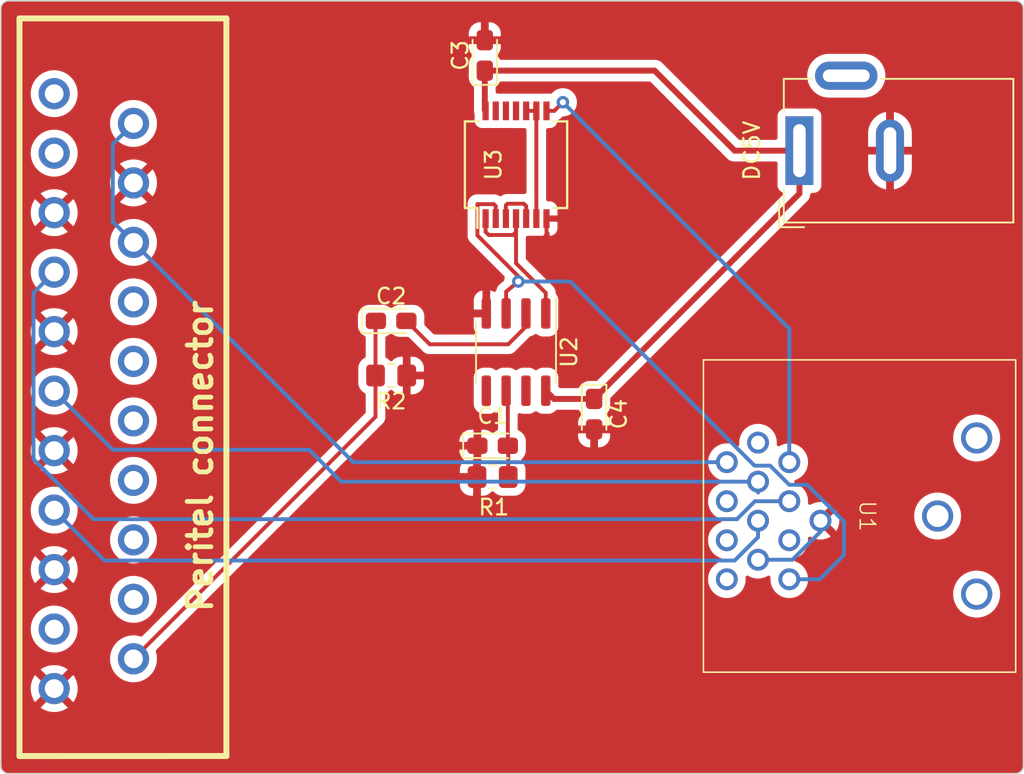
<source format=kicad_pcb>
(kicad_pcb (version 20221018) (generator pcbnew)
  (layers (0 "F.Cu" signal) (31 "B.Cu" signal) (34 "B.Paste" user) (35 "F.Paste" user) (36 "B.SilkS" user "B.Silkscreen") (37 "F.SilkS" user "F.Silkscreen") (38 "B.Mask" user) (39 "F.Mask" user) (44 "Edge.Cuts" user))
  (net 0 "")
  (net 1 "GND")
  (net 2 "Net-(U2-INT)")
  (net 3 "CVBS")
  (net 4 "Net-(U2-VIDEO)")
  (net 6 "AUDIO_L")
  (net 9 "VIDEO_B")
  (net 12 "VIDEO_G")
  (net 15 "VIDEO_R")
  (net 22 "HSYNC")
  (net 24 "VSYNC")
  (net 25 "Net-(U2-CSYNC)")
  (net 27 "+5V")
  (net 28 "Net-(U3-Pad3)")
  (net 29 "Net-(U3-Pad10)")
  (footprint "Package_SO:SSOP-14_5.3x6.2mm_P0.65mm" (layer "F.Cu") (at 150.5 71.5 90)
    (fp_text reference "U3" (at 0 -1.45 90) (layer "F.SilkS"))
    (fp_text value "74LS00")
    (fp_line (start -2.775 -3.275) (end -2.775 -2.475) (stroke (width 0.15)) (layer "F.SilkS"))
    (fp_line (start -2.775 -3.275) (end 2.775 -3.275) (stroke (width 0.15)) (layer "F.SilkS"))
    (fp_line (start -2.775 -2.475) (end -4.05 -2.475) (stroke (width 0.15)) (layer "F.SilkS"))
    (fp_line (start -2.775 3.275) (end -2.775 2.375) (stroke (width 0.15)) (layer "F.SilkS"))
    (fp_line (start -2.775 3.275) (end 2.775 3.275) (stroke (width 0.15)) (layer "F.SilkS"))
    (fp_line (start 2.775 -3.275) (end 2.775 -2.375) (stroke (width 0.15)) (layer "F.SilkS"))
    (fp_line (start 2.775 3.275) (end 2.775 2.375) (stroke (width 0.15)) (layer "F.SilkS"))
    (pad "1" smd rect (at -3.45 -1.95 90) (size 1.2 0.4) (layers "F.Cu" "F.Paste" "F.Mask") (net 25 "Net-(U2-CSYNC)"))
    (pad "2" smd rect (at -3.45 -1.3 90) (size 1.2 0.4) (layers "F.Cu" "F.Paste" "F.Mask") (net 24 "VSYNC"))
    (pad "3" smd rect (at -3.45 -0.65 90) (size 1.2 0.4) (layers "F.Cu" "F.Paste" "F.Mask") (net 28 "Net-(U3-Pad3)"))
    (pad "4" smd rect (at -3.45 0 90) (size 1.2 0.4) (layers "F.Cu" "F.Paste" "F.Mask") (net 25 "Net-(U2-CSYNC)"))
    (pad "5" smd rect (at -3.45 0.65 90) (size 1.2 0.4) (layers "F.Cu" "F.Paste" "F.Mask") (net 28 "Net-(U3-Pad3)"))
    (pad "6" smd rect (at -3.45 1.3 90) (size 1.2 0.4) (layers "F.Cu" "F.Paste" "F.Mask") (net 29 "Net-(U3-Pad10)"))
    (pad "7" smd rect (at -3.45 1.95 90) (size 1.2 0.4) (layers "F.Cu" "F.Paste" "F.Mask") (net 1 "GND"))
    (pad "8" smd rect (at 3.45 1.95 90) (size 1.2 0.4) (layers "F.Cu" "F.Paste" "F.Mask") (net 22 "HSYNC"))
    (pad "9" smd rect (at 3.45 1.3 90) (size 1.2 0.4) (layers "F.Cu" "F.Paste" "F.Mask") (net 29 "Net-(U3-Pad10)"))
    (pad "10" smd rect (at 3.45 0.65 90) (size 1.2 0.4) (layers "F.Cu" "F.Paste" "F.Mask") (net 29 "Net-(U3-Pad10)"))
    (pad "11" smd rect (at 3.45 0 90) (size 1.2 0.4) (layers "F.Cu" "F.Paste" "F.Mask"))
    (pad "12" smd rect (at 3.45 -0.65 90) (size 1.2 0.4) (layers "F.Cu" "F.Paste" "F.Mask"))
    (pad "13" smd rect (at 3.45 -1.3 90) (size 1.2 0.4) (layers "F.Cu" "F.Paste" "F.Mask"))
    (pad "14" smd rect (at 3.45 -1.95 90) (size 1.2 0.4) (layers "F.Cu" "F.Paste" "F.Mask") (net 27 "+5V"))
  )
  (footprint "Capacitor_Tantalum_SMD:CP_EIA-2012-15_AVX-P_Pad1.30x1.05mm_HandSolder" (layer "F.Cu") (at 148.5 64.5 90)
    (fp_text reference "C3" (at 0 -1.58 90) (layer "F.SilkS"))
    (fp_text value "0.1µF")
    (fp_line (start -1.885 -0.785) (end -1.885 0.785) (stroke (width 0.12)) (layer "F.SilkS"))
    (fp_line (start -1.885 0.785) (end 1 0.785) (stroke (width 0.12)) (layer "F.SilkS"))
    (fp_line (start 1 -0.785) (end -1.885 -0.785) (stroke (width 0.12)) (layer "F.SilkS"))
    (pad "1" smd roundrect (at -0.975 0 90) (size 1.3 1.05) (layers "F.Cu" "F.Paste" "F.Mask") (roundrect_rratio 0.238095) (net 27 "+5V"))
    (pad "2" smd roundrect (at 0.975 0 90) (size 1.3 1.05) (layers "F.Cu" "F.Paste" "F.Mask") (roundrect_rratio 0.238095) (net 1 "GND"))
  )
  (footprint "Capacitor_Tantalum_SMD:CP_EIA-2012-15_AVX-P_Pad1.30x1.05mm_HandSolder" (layer "F.Cu") (at 142.5 81.5)
    (fp_text reference "C2" (at 0 -1.58) (layer "F.SilkS"))
    (fp_text value "0.1µ")
    (fp_line (start -1.885 -0.785) (end -1.885 0.785) (stroke (width 0.12)) (layer "F.SilkS"))
    (fp_line (start -1.885 0.785) (end 1 0.785) (stroke (width 0.12)) (layer "F.SilkS"))
    (fp_line (start 1 -0.785) (end -1.885 -0.785) (stroke (width 0.12)) (layer "F.SilkS"))
    (pad "1" smd roundrect (at -0.975 0) (size 1.3 1.05) (layers "F.Cu" "F.Paste" "F.Mask") (roundrect_rratio 0.238095) (net 3 "CVBS"))
    (pad "2" smd roundrect (at 0.975 0) (size 1.3 1.05) (layers "F.Cu" "F.Paste" "F.Mask") (roundrect_rratio 0.238095) (net 4 "Net-(U2-VIDEO)"))
  )
  (footprint "Connector_BarrelJack:BarrelJack_Wuerth_6941xx301002" (layer "F.Cu") (at 168.65 70.6 90)
    (fp_text reference "J2" hide)
    (fp_text value "DC5V" (at 0 -3.049234 90) (layer "F.SilkS"))
    (fp_line (start -4.9 -1.3) (end -4.9 0.3) (stroke (width 0.12)) (layer "F.SilkS"))
    (fp_line (start -4.6 -1) (end -2.5 -1) (stroke (width 0.12)) (layer "F.SilkS"))
    (fp_line (start -4.6 13.7) (end -4.6 -1) (stroke (width 0.12)) (layer "F.SilkS"))
    (fp_line (start -3.2 -1.3) (end -4.9 -1.3) (stroke (width 0.12)) (layer "F.SilkS"))
    (fp_line (start 2.5 -1) (end 4.6 -1) (stroke (width 0.12)) (layer "F.SilkS"))
    (fp_line (start 4.6 -1) (end 4.6 0.8) (stroke (width 0.12)) (layer "F.SilkS"))
    (fp_line (start 4.6 5.2) (end 4.6 13.7) (stroke (width 0.12)) (layer "F.SilkS"))
    (fp_line (start 4.6 13.7) (end -4.6 13.7) (stroke (width 0.12)) (layer "F.SilkS"))
    (pad "1" thru_hole rect (at 0 0 90) (size 4.4 1.8) (drill oval 3.4 0.8) (layers "*.Cu" "*.Mask") (net 27 "+5V"))
    (pad "2" thru_hole oval (at 0 5.8 90) (size 4 1.8) (drill oval 3 0.8) (layers "*.Cu" "*.Mask") (net 1 "GND"))
    (pad "3" thru_hole oval (at 4.8 3 180) (size 4 1.8) (drill oval 3 0.8) (layers "*.Cu" "*.Mask"))
  )
  (footprint "Capacitor_Tantalum_SMD:CP_EIA-2012-15_AVX-P_Pad1.30x1.05mm_HandSolder" (layer "F.Cu") (at 155.5 87.475 -90)
    (fp_text reference "C4" (at 0 -1.58 90) (layer "F.SilkS"))
    (fp_text value "0.1µF")
    (fp_line (start -1.885 -0.785) (end -1.885 0.785) (stroke (width 0.12)) (layer "F.SilkS"))
    (fp_line (start -1.885 0.785) (end 1 0.785) (stroke (width 0.12)) (layer "F.SilkS"))
    (fp_line (start 1 -0.785) (end -1.885 -0.785) (stroke (width 0.12)) (layer "F.SilkS"))
    (pad "1" smd roundrect (at -0.975 0 270) (size 1.3 1.05) (layers "F.Cu" "F.Paste" "F.Mask") (roundrect_rratio 0.238095) (net 27 "+5V"))
    (pad "2" smd roundrect (at 0.975 0 270) (size 1.3 1.05) (layers "F.Cu" "F.Paste" "F.Mask") (roundrect_rratio 0.238095) (net 1 "GND"))
  )
  (footprint "Capacitor_Tantalum_SMD:CP_EIA-2012-15_AVX-P_Pad1.30x1.05mm_HandSolder" (layer "F.Cu") (at 149 89.5)
    (fp_text reference "C1" (at 0 -1.918095) (layer "F.SilkS"))
    (fp_text value "0.1µ")
    (fp_line (start -1.885 -0.785) (end -1.885 0.785) (stroke (width 0.12)) (layer "F.SilkS"))
    (fp_line (start -1.885 0.785) (end 1 0.785) (stroke (width 0.12)) (layer "F.SilkS"))
    (fp_line (start 1 -0.785) (end -1.885 -0.785) (stroke (width 0.12)) (layer "F.SilkS"))
    (pad "1" smd roundrect (at -0.975 0) (size 1.3 1.05) (layers "F.Cu" "F.Paste" "F.Mask") (roundrect_rratio 0.238095) (net 1 "GND"))
    (pad "2" smd roundrect (at 0.975 0) (size 1.3 1.05) (layers "F.Cu" "F.Paste" "F.Mask") (roundrect_rratio 0.238095) (net 2 "Net-(U2-INT)"))
  )
  (footprint "Resistor_SMD:R_0805_2012Metric_Pad1.20x1.40mm_HandSolder" (layer "F.Cu") (at 142.5 85 180)
    (fp_text reference "R2" (at 0 -1.65) (layer "F.SilkS"))
    (fp_text value "75Ω")
    (fp_line (start -0.227064 -0.735) (end 0.227064 -0.735) (stroke (width 0.12)) (layer "F.SilkS"))
    (fp_line (start -0.227064 0.735) (end 0.227064 0.735) (stroke (width 0.12)) (layer "F.SilkS"))
    (pad "1" smd roundrect (at -1 0 180) (size 1.2 1.4) (layers "F.Cu" "F.Paste" "F.Mask") (roundrect_rratio 0.208333) (net 1 "GND"))
    (pad "2" smd roundrect (at 1 0 180) (size 1.2 1.4) (layers "F.Cu" "F.Paste" "F.Mask") (roundrect_rratio 0.208333) (net 3 "CVBS"))
  )
  (footprint "Resistor_SMD:R_0805_2012Metric_Pad1.20x1.40mm_HandSolder" (layer "F.Cu") (at 149 91.5)
    (fp_text reference "R1" (at 0.076589 1.938278) (layer "F.SilkS"))
    (fp_text value "680kΩ")
    (fp_line (start -0.227064 -0.735) (end 0.227064 -0.735) (stroke (width 0.12)) (layer "F.SilkS"))
    (fp_line (start -0.227064 0.735) (end 0.227064 0.735) (stroke (width 0.12)) (layer "F.SilkS"))
    (pad "1" smd roundrect (at -1 0) (size 1.2 1.4) (layers "F.Cu" "F.Paste" "F.Mask") (roundrect_rratio 0.208333) (net 1 "GND"))
    (pad "2" smd roundrect (at 1 0) (size 1.2 1.4) (layers "F.Cu" "F.Paste" "F.Mask") (roundrect_rratio 0.208333) (net 2 "Net-(U2-INT)"))
  )
  (footprint "sc1224-scart:SCART" (layer "F.Cu") (at 128.19964 86 90)
    (fp_text reference "J1")
    (fp_text value "Peritel connector" (at -4.16 2.07004 90) (layer "F.SilkS") (effects (font (size 1.524 1.524) (thickness 0.3048))))
    (fp_line (start -23.372 -9.5) (end 23.872 -9.5) (stroke (width 0.381)) (layer "F.SilkS"))
    (fp_line (start -23.372 3.75) (end 23.872 3.75) (stroke (width 0.381)) (layer "F.SilkS"))
    (fp_line (start -23.368 3.75) (end -23.372 -9.5) (stroke (width 0.381)) (layer "F.SilkS"))
    (fp_line (start 23.872 -9.5) (end 23.872 3.75) (stroke (width 0.381)) (layer "F.SilkS"))
    (pad "1" thru_hole circle (at 19.05 -7.27964 90) (size 1.99898 1.99898) (drill 1.19888) (layers "*.Cu" "*.Mask"))
    (pad "2" thru_hole circle (at 17.145 -2.19964 90) (size 1.99898 1.99898) (drill 1.19888) (layers "*.Cu" "*.Mask") (net 6 "AUDIO_L"))
    (pad "3" thru_hole circle (at 15.24 -7.27964 90) (size 1.99898 1.99898) (drill 1.19888) (layers "*.Cu" "*.Mask"))
    (pad "4" thru_hole circle (at 13.335 -2.19964 90) (size 1.99898 1.99898) (drill 1.19888) (layers "*.Cu" "*.Mask") (net 1 "GND"))
    (pad "5" thru_hole circle (at 11.43 -7.27964 90) (size 1.99898 1.99898) (drill 1.19888) (layers "*.Cu" "*.Mask") (net 1 "GND"))
    (pad "6" thru_hole circle (at 9.525 -2.19964 90) (size 1.99898 1.99898) (drill 1.19888) (layers "*.Cu" "*.Mask") (net 6 "AUDIO_L"))
    (pad "7" thru_hole circle (at 7.62 -7.27964 90) (size 1.99898 1.99898) (drill 1.19888) (layers "*.Cu" "*.Mask") (net 9 "VIDEO_B"))
    (pad "8" thru_hole circle (at 5.715 -2.19964 90) (size 1.99898 1.99898) (drill 1.19888) (layers "*.Cu" "*.Mask"))
    (pad "9" thru_hole circle (at 3.81 -7.27964 90) (size 1.99898 1.99898) (drill 1.19888) (layers "*.Cu" "*.Mask") (net 1 "GND"))
    (pad "10" thru_hole circle (at 1.905 -2.19964 90) (size 1.99898 1.99898) (drill 1.19888) (layers "*.Cu" "*.Mask"))
    (pad "11" thru_hole circle (at 0 -7.27964 90) (size 1.99898 1.99898) (drill 1.19888) (layers "*.Cu" "*.Mask") (net 12 "VIDEO_G"))
    (pad "12" thru_hole circle (at -1.905 -2.19964 90) (size 1.99898 1.99898) (drill 1.19888) (layers "*.Cu" "*.Mask"))
    (pad "13" thru_hole circle (at -3.81 -7.27964 90) (size 1.99898 1.99898) (drill 1.19888) (layers "*.Cu" "*.Mask") (net 1 "GND"))
    (pad "14" thru_hole circle (at -5.715 -2.19964 90) (size 1.99898 1.99898) (drill 1.19888) (layers "*.Cu" "*.Mask"))
    (pad "15" thru_hole circle (at -7.62 -7.27964 90) (size 1.99898 1.99898) (drill 1.19888) (layers "*.Cu" "*.Mask") (net 15 "VIDEO_R"))
    (pad "16" thru_hole circle (at -9.525 -2.19964 90) (size 1.99898 1.99898) (drill 1.19888) (layers "*.Cu" "*.Mask"))
    (pad "17" thru_hole circle (at -11.43 -7.27964 90) (size 1.99898 1.99898) (drill 1.19888) (layers "*.Cu" "*.Mask") (net 1 "GND"))
    (pad "18" thru_hole circle (at -13.335 -2.19964 90) (size 1.99898 1.99898) (drill 1.19888) (layers "*.Cu" "*.Mask"))
    (pad "19" thru_hole circle (at -15.24 -7.27964 90) (size 1.99898 1.99898) (drill 1.19888) (layers "*.Cu" "*.Mask"))
    (pad "20" thru_hole circle (at -17.145 -2.19964 90) (size 1.99898 1.99898) (drill 1.19888) (layers "*.Cu" "*.Mask") (net 3 "CVBS"))
    (pad "21" thru_hole circle (at -19.05 -7.27964 90) (size 1.99898 1.99898) (drill 1.19888) (layers "*.Cu" "*.Mask") (net 1 "GND"))
  )
  (footprint "Package_SO:SOIC-8_3.9x4.9mm_P1.27mm" (layer "F.Cu") (at 150.5 83.5 -90)
    (fp_text reference "U2" (at 0 -3.4 90) (layer "F.SilkS"))
    (fp_text value "LM1881")
    (fp_line (start 0 -2.56) (end -3.45 -2.56) (stroke (width 0.12)) (layer "F.SilkS"))
    (fp_line (start 0 -2.56) (end 1.95 -2.56) (stroke (width 0.12)) (layer "F.SilkS"))
    (fp_line (start 0 2.56) (end -1.95 2.56) (stroke (width 0.12)) (layer "F.SilkS"))
    (fp_line (start 0 2.56) (end 1.95 2.56) (stroke (width 0.12)) (layer "F.SilkS"))
    (pad "1" smd roundrect (at -2.475 -1.905 270) (size 1.95 0.6) (layers "F.Cu" "F.Paste" "F.Mask") (net 25 "Net-(U2-CSYNC)"))
    (pad "2" smd roundrect (at -2.475 -0.635 270) (size 1.95 0.6) (layers "F.Cu" "F.Paste" "F.Mask") (net 4 "Net-(U2-VIDEO)"))
    (pad "3" smd roundrect (at -2.475 0.635 270) (size 1.95 0.6) (layers "F.Cu" "F.Paste" "F.Mask") (net 24 "VSYNC"))
    (pad "4" smd roundrect (at -2.475 1.905 270) (size 1.95 0.6) (layers "F.Cu" "F.Paste" "F.Mask") (net 1 "GND"))
    (pad "5" smd roundrect (at 2.475 1.905 270) (size 1.95 0.6) (layers "F.Cu" "F.Paste" "F.Mask"))
    (pad "6" smd roundrect (at 2.475 0.635 270) (size 1.95 0.6) (layers "F.Cu" "F.Paste" "F.Mask") (net 2 "Net-(U2-INT)"))
    (pad "7" smd roundrect (at 2.475 -0.635 270) (size 1.95 0.6) (layers "F.Cu" "F.Paste" "F.Mask"))
    (pad "8" smd roundrect (at 2.475 -1.905 270) (size 1.95 0.6) (layers "F.Cu" "F.Paste" "F.Mask") (net 27 "+5V"))
  )
  (footprint "sc1224-scart:DIN-13" (layer "F.Cu") (at 182.5 94 -90)
    (fp_text reference "U1" (at 0 9.5 -90 unlocked) (layer "F.SilkS") (effects (font (thickness 0.1))))
    (fp_text value "Atari RGB Connector")
    (fp_line (start -10 0) (end 10 0) (stroke (width 0.1)) (layer "F.SilkS"))
    (fp_line (start -10 20) (end -10 0) (stroke (width 0.1)) (layer "F.SilkS"))
    (fp_line (start 10 0) (end 10 20) (stroke (width 0.1)) (layer "F.SilkS"))
    (fp_line (start 10 20) (end -10 20) (stroke (width 0.1)) (layer "F.SilkS"))
    (pad "" thru_hole circle (at -5 2.5 270) (size 2 2) (drill 1.4) (layers "*.Cu" "*.Mask"))
    (pad "" thru_hole circle (at 0 5 270) (size 2 2) (drill 1.4) (layers "*.Cu" "*.Mask"))
    (pad "" thru_hole circle (at 5 2.5 270) (size 2 2) (drill 1.4) (layers "*.Cu" "*.Mask"))
    (pad "1" thru_hole circle (at -3.45 18.5 270) (size 1.4 1.4) (drill 0.9) (layers "*.Cu" "*.Mask") (net 6 "AUDIO_L"))
    (pad "2" thru_hole circle (at -0.95 18.5 270) (size 1.4 1.4) (drill 0.9) (layers "*.Cu" "*.Mask"))
    (pad "3" thru_hole circle (at 1.55 18.5 270) (size 1.4 1.4) (drill 0.9) (layers "*.Cu" "*.Mask"))
    (pad "4" thru_hole circle (at 4.05 18.5 270) (size 1.4 1.4) (drill 0.9) (layers "*.Cu" "*.Mask"))
    (pad "5" thru_hole circle (at -4.7 16.5 270) (size 1.4 1.4) (drill 0.9) (layers "*.Cu" "*.Mask"))
    (pad "6" thru_hole circle (at -2.2 16.5 270) (size 1.4 1.4) (drill 0.9) (layers "*.Cu" "*.Mask") (net 12 "VIDEO_G"))
    (pad "7" thru_hole circle (at 0.3 16.5 270) (size 1.4 1.4) (drill 0.9) (layers "*.Cu" "*.Mask") (net 15 "VIDEO_R"))
    (pad "8" thru_hole circle (at 2.8 16.5 270) (size 1.4 1.4) (drill 0.9) (layers "*.Cu" "*.Mask") (net 1 "GND"))
    (pad "9" thru_hole circle (at -3.45 14.5 270) (size 1.4 1.4) (drill 0.9) (layers "*.Cu" "*.Mask") (net 22 "HSYNC"))
    (pad "10" thru_hole circle (at -0.95 14.5 270) (size 1.4 1.4) (drill 0.9) (layers "*.Cu" "*.Mask") (net 9 "VIDEO_B"))
    (pad "11" thru_hole circle (at 1.55 14.5 270) (size 1.4 1.4) (drill 0.9) (layers "*.Cu" "*.Mask"))
    (pad "12" thru_hole circle (at 4.05 14.5 270) (size 1.4 1.4) (drill 0.9) (layers "*.Cu" "*.Mask") (net 24 "VSYNC"))
    (pad "13" thru_hole circle (at 0.3 12.5 270) (size 1.4 1.4) (drill 0.9) (layers "*.Cu" "*.Mask") (net 1 "GND"))
  )
  (gr_line (start 118 110.5) (end 182.5 110.5) (stroke (width 0.1)) (layer "Edge.Cuts"))
  (gr_line (start 183 100) (end 183 110) (stroke (width 0.1)) (layer "Edge.Cuts"))
  (gr_line (start 118 61) (end 182.5 61) (stroke (width 0.1)) (layer "Edge.Cuts"))
  (gr_arc (start 117.5 61.5) (mid 117.646447 61.146447) (end 118 61) (stroke (width 0.1)) (layer "Edge.Cuts"))
  (gr_arc (start 182.5 61) (mid 182.853553 61.146447) (end 183 61.5) (stroke (width 0.1)) (layer "Edge.Cuts"))
  (gr_line (start 183 61.5) (end 183 100) (stroke (width 0.1)) (layer "Edge.Cuts"))
  (gr_line (start 117.5 61.5) (end 117.5 110) (stroke (width 0.1)) (layer "Edge.Cuts"))
  (gr_arc (start 118 110.5) (mid 117.646447 110.353553) (end 117.5 110) (stroke (width 0.1)) (layer "Edge.Cuts"))
  (gr_arc (start 183 110) (mid 182.853553 110.353553) (end 182.5 110.5) (stroke (width 0.1)) (layer "Edge.Cuts"))
  (segment (start 152.45 74.95) (end 152.45 75.95) (width 0.25) (layer "F.Cu") (net 1))
  (segment (start 152.5 76) (end 152.45 75.95) (width 0.25) (layer "F.Cu") (net 1))
  (segment (start 166 96.8) (end 168.199569 96.8) (width 0.25) (layer "B.Cu") (net 1))
  (segment (start 170 94.999569) (end 170 94.3) (width 0.25) (layer "B.Cu") (net 1))
  (segment (start 168.199569 96.8) (end 170 94.999569) (width 0.25) (layer "B.Cu") (net 1))
  (segment (start 149.975 89.5) (end 149.975 86.085) (width 0.25) (layer "F.Cu") (net 2))
  (segment (start 150 91.5) (end 150 89.525) (width 0.25) (layer "F.Cu") (net 2))
  (segment (start 149.975 86.085) (end 149.865 85.975) (width 0.25) (layer "F.Cu") (net 2))
  (segment (start 150 89.525) (end 149.975 89.5) (width 0.25) (layer "F.Cu") (net 2))
  (segment (start 141.5 85) (end 141.5 81.525) (width 0.25) (layer "F.Cu") (net 3))
  (segment (start 126 103.145) (end 141.5 87.645) (width 0.25) (layer "F.Cu") (net 3))
  (segment (start 141.5 81.525) (end 141.525 81.5) (width 0.25) (layer "F.Cu") (net 3))
  (segment (start 141.5 87.645) (end 141.5 85) (width 0.25) (layer "F.Cu") (net 3))
  (segment (start 144.975 83) (end 150 83) (width 0.25) (layer "F.Cu") (net 4))
  (segment (start 143.475 81.5) (end 144.975 83) (width 0.25) (layer "F.Cu") (net 4))
  (segment (start 150 83) (end 151.135 81.865) (width 0.25) (layer "F.Cu") (net 4))
  (segment (start 151.135 81.865) (end 151.135 81.025) (width 0.25) (layer "F.Cu") (net 4))
  (segment (start 140.075 90.55) (end 164 90.55) (width 0.25) (layer "B.Cu") (net 6))
  (segment (start 124.67551 75.15051) (end 126 76.475) (width 0.25) (layer "B.Cu") (net 6))
  (segment (start 126 76.475) (end 140.075 90.55) (width 0.25) (layer "B.Cu") (net 6))
  (segment (start 124.67551 70.17949) (end 124.67551 75.15051) (width 0.25) (layer "B.Cu") (net 6))
  (segment (start 126 68.855) (end 124.67551 70.17949) (width 0.25) (layer "B.Cu") (net 6))
  (segment (start 123.437398 94.20051) (end 164.649921 94.20051) (width 0.25) (layer "B.Cu") (net 9))
  (segment (start 119.59551 90.358622) (end 123.437398 94.20051) (width 0.25) (layer "B.Cu") (net 9))
  (segment (start 164.649921 94.20051) (end 165.800431 93.05) (width 0.25) (layer "B.Cu") (net 9))
  (segment (start 165.800431 93.05) (end 168 93.05) (width 0.25) (layer "B.Cu") (net 9))
  (segment (start 120.92 78.38) (end 119.59551 79.70449) (width 0.25) (layer "B.Cu") (net 9))
  (segment (start 119.59551 79.70449) (end 119.59551 90.358622) (width 0.25) (layer "B.Cu") (net 9))
  (segment (start 120.92 86) (end 124.67551 89.75551) (width 0.25) (layer "B.Cu") (net 12))
  (segment (start 124.67551 89.75551) (end 137.25551 89.75551) (width 0.25) (layer "B.Cu") (net 12))
  (segment (start 137.25551 89.75551) (end 139.3 91.8) (width 0.25) (layer "B.Cu") (net 12))
  (segment (start 139.3 91.8) (end 166 91.8) (width 0.25) (layer "B.Cu") (net 12))
  (segment (start 166 92.5) (end 166 91.8) (width 0.25) (layer "B.Cu") (net 12))
  (segment (start 124.14949 96.84949) (end 120.92 93.62) (width 0.25) (layer "B.Cu") (net 15))
  (segment (start 166 94.3) (end 166 95.350431) (width 0.25) (layer "B.Cu") (net 15))
  (segment (start 164.500941 96.84949) (end 124.14949 96.84949) (width 0.25) (layer "B.Cu") (net 15))
  (segment (start 166 95.350431) (end 164.500941 96.84949) (width 0.25) (layer "B.Cu") (net 15))
  (segment (start 152.45 68.05) (end 152.95 68.05) (width 0.25) (layer "F.Cu") (net 22))
  (segment (start 152.95 68.05) (end 153.5 67.5) (width 0.25) (layer "F.Cu") (net 22))
  (via (at 153.5 67.5) (size 0.8) (drill 0.4) (layers "F.Cu" "B.Cu") (net 22))
  (segment (start 168 90.55) (end 168 82) (width 0.25) (layer "B.Cu") (net 22))
  (segment (start 168 82) (end 153.5 67.5) (width 0.25) (layer "B.Cu") (net 22))
  (segment (start 150.64546 78.64546) (end 150.64546 78.979467) (width 0.25) (layer "F.Cu") (net 24))
  (segment (start 150.64546 78.979467) (end 150.5 79) (width 0.25) (layer "F.Cu") (net 24))
  (segment (start 148.025 76.025) (end 150.64546 78.64546) (width 0.25) (layer "F.Cu") (net 24))
  (segment (start 149.075 74.025) (end 148.025 74.025) (width 0.25) (layer "F.Cu") (net 24))
  (segment (start 149.865 79.635) (end 150.64546 78.979467) (width 0.25) (layer "F.Cu") (net 24))
  (segment (start 149.2 74.95) (end 149.2 74.15) (width 0.25) (layer "F.Cu") (net 24))
  (segment (start 148.025 74.025) (end 148.025 76.025) (width 0.25) (layer "F.Cu") (net 24))
  (segment (start 149.2 74.15) (end 149.075 74.025) (width 0.25) (layer "F.Cu") (net 24))
  (segment (start 149.865 81.025) (end 149.865 79.635) (width 0.25) (layer "F.Cu") (net 24))
  (via (at 150.64546 78.979467) (size 0.8) (drill 0.4) (layers "F.Cu" "B.Cu") (net 24))
  (segment (start 165.775 90.775) (end 166.775431 90.775) (width 0.25) (layer "B.Cu") (net 24))
  (segment (start 171.5 94.350431) (end 171.5 96.5) (width 0.25) (layer "B.Cu") (net 24))
  (segment (start 166.775431 90.775) (end 168.000431 92) (width 0.25) (layer "B.Cu") (net 24))
  (segment (start 168.000431 92) (end 169.149569 92) (width 0.25) (layer "B.Cu") (net 24))
  (segment (start 171.5 96.5) (end 169.95 98.05) (width 0.25) (layer "B.Cu") (net 24))
  (segment (start 169.149569 92) (end 171.5 94.350431) (width 0.25) (layer "B.Cu") (net 24))
  (segment (start 153.979467 78.979467) (end 165.775 90.775) (width 0.25) (layer "B.Cu") (net 24))
  (segment (start 169.95 98.05) (end 168 98.05) (width 0.25) (layer "B.Cu") (net 24))
  (segment (start 150.64546 78.979467) (end 153.979467 78.979467) (width 0.25) (layer "B.Cu") (net 24))
  (segment (start 148.75 76) (end 150.3 76) (width 0.25) (layer "F.Cu") (net 25))
  (segment (start 150.3 76) (end 150.5 75.8) (width 0.25) (layer "F.Cu") (net 25))
  (segment (start 152.405 79.713702) (end 152.405 81.025) (width 0.25) (layer "F.Cu") (net 25))
  (segment (start 150.5 77.808702) (end 152.405 79.713702) (width 0.25) (layer "F.Cu") (net 25))
  (segment (start 148.55 74.95) (end 148.55 75.8) (width 0.25) (layer "F.Cu") (net 25))
  (segment (start 150.5 74.95) (end 150.5 77.808702) (width 0.25) (layer "F.Cu") (net 25))
  (segment (start 148.55 75.8) (end 148.75 76) (width 0.25) (layer "F.Cu") (net 25))
  (segment (start 150.5 75.8) (end 150.5 74.95) (width 0.25) (layer "F.Cu") (net 25))
  (segment (start 148.5 65.475) (end 148.5 68) (width 0.381) (layer "F.Cu") (net 27))
  (segment (start 159.375 65.475) (end 148.5 65.475) (width 0.381) (layer "F.Cu") (net 27))
  (segment (start 148.5 68) (end 148.55 68.05) (width 0.381) (layer "F.Cu") (net 27))
  (segment (start 168.65 73.35) (end 168.65 70.6) (width 0.381) (layer "F.Cu") (net 27))
  (segment (start 164.5 70.6) (end 159.375 65.475) (width 0.381) (layer "F.Cu") (net 27))
  (segment (start 152.93 86.5) (end 152.405 85.975) (width 0.381) (layer "F.Cu") (net 27))
  (segment (start 164.5 77.5) (end 168.65 73.35) (width 0.381) (layer "F.Cu") (net 27))
  (segment (start 155.5 86.5) (end 152.93 86.5) (width 0.381) (layer "F.Cu") (net 27))
  (segment (start 164.5 70.6) (end 168.65 70.6) (width 0.381) (layer "F.Cu") (net 27))
  (segment (start 164.5 77.5) (end 155.5 86.5) (width 0.381) (layer "F.Cu") (net 27))
  (segment (start 151.15 74.15) (end 151.15 74.95) (width 0.25) (layer "F.Cu") (net 28))
  (segment (start 149.95 74) (end 151 74) (width 0.25) (layer "F.Cu") (net 28))
  (segment (start 149.85 74.95) (end 149.85 74.1) (width 0.25) (layer "F.Cu") (net 28))
  (segment (start 149.85 74.1) (end 149.95 74) (width 0.25) (layer "F.Cu") (net 28))
  (segment (start 151 74) (end 151.15 74.15) (width 0.25) (layer "F.Cu") (net 28))
  (segment (start 151.8 68.05) (end 151.8 74.95) (width 0.25) (layer "F.Cu") (net 29))
  (segment (start 151.15 68.05) (end 151.8 68.05) (width 0.25) (layer "F.Cu") (net 29))
  (zone (net 1) (net_name "GND") (layer "F.Cu") (connect_pads (clearance 0.5)) (min_thickness 0.25) (fill yes (thermal_gap 0.5) (thermal_bridge_width 0.5))
    (polygon (pts (xy 117.5 61) (xy 183 61) (xy 183 110.5) (xy 117.5 110.5)))
  )
)
</source>
